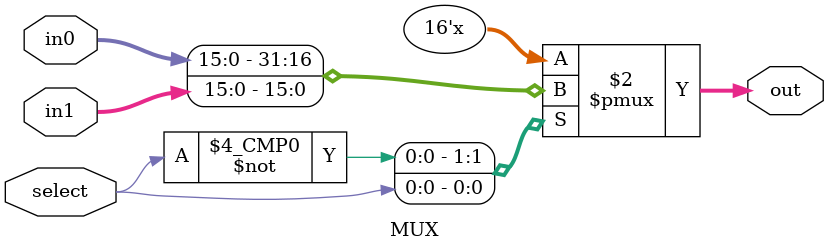
<source format=v>
module MUX(in0, in1, select, out);

input [15:0] in0, in1;
input select;

output reg [15:0] out;

always @(*) 
begin
	case (select)
		1'b0: out = in0; 
		1'b1: out = in1;
	endcase
end
endmodule

</source>
